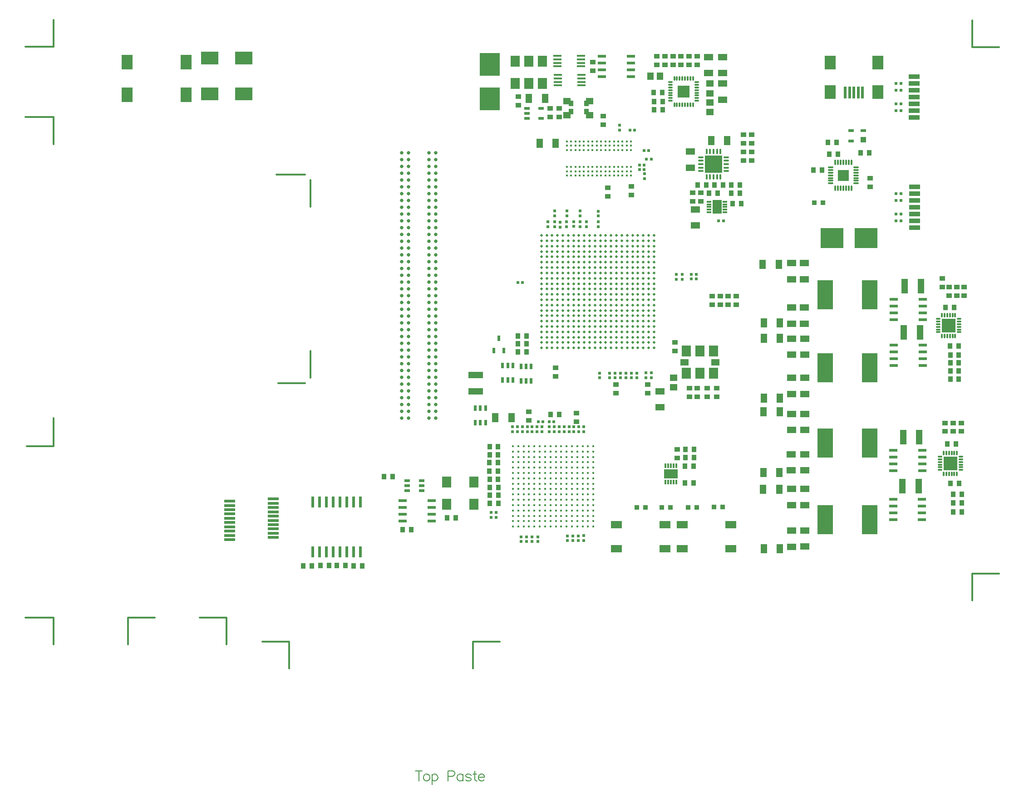
<source format=gtp>
G04*
G04 #@! TF.GenerationSoftware,Altium Limited,Altium Designer,21.6.4 (81)*
G04*
G04 Layer_Color=8421504*
%FSLAX24Y24*%
%MOIN*%
G70*
G04*
G04 #@! TF.SameCoordinates,42A8AC4E-8479-4C90-829A-3F1442475C95*
G04*
G04*
G04 #@! TF.FilePolarity,Positive*
G04*
G01*
G75*
%ADD18C,0.0070*%
%ADD53C,0.0120*%
%ADD54C,0.0197*%
%ADD55R,0.0394X0.0354*%
%ADD56R,0.0354X0.0394*%
%ADD57R,0.0394X0.0374*%
%ADD58R,0.0374X0.0394*%
%ADD59R,0.0571X0.0453*%
%ADD60R,0.0236X0.0394*%
%ADD61R,0.0236X0.0413*%
%ADD62R,0.0413X0.0236*%
%ADD63R,0.0244X0.0244*%
%ADD64R,0.0709X0.0453*%
%ADD65R,0.0453X0.0709*%
%ADD66R,0.0244X0.0244*%
%ADD67R,0.0236X0.0236*%
%ADD68R,0.0236X0.0236*%
%ADD69R,0.0591X0.0177*%
%ADD70R,0.0984X0.0689*%
%ADD71R,0.0118X0.0335*%
%ADD72R,0.0610X0.0236*%
%ADD73R,0.1004X0.1004*%
%ADD74O,0.0118X0.0354*%
%ADD75O,0.0354X0.0118*%
%ADD76R,0.1142X0.2126*%
%ADD77R,0.0453X0.0571*%
%ADD78R,0.0453X0.1063*%
%ADD79R,0.0354X0.0374*%
%ADD80R,0.0827X0.0551*%
%ADD81R,0.1063X0.0453*%
%ADD82R,0.0787X0.0354*%
%ADD83R,0.1260X0.0965*%
%ADD84R,0.1671X0.1500*%
%ADD85C,0.0177*%
%ADD86C,0.0157*%
%ADD87R,0.1500X0.1671*%
%ADD88R,0.0787X0.1063*%
%ADD89R,0.0709X0.0787*%
%ADD90R,0.0354X0.0433*%
%ADD91R,0.0608X0.0512*%
%ADD92R,0.0669X0.0846*%
%ADD93R,0.0531X0.0492*%
%ADD94O,0.0118X0.0413*%
%ADD95O,0.0413X0.0118*%
%ADD96R,0.0835X0.0835*%
%ADD97R,0.0886X0.0886*%
%ADD98R,0.1280X0.1280*%
%ADD99O,0.0138X0.0413*%
%ADD100O,0.0413X0.0138*%
%ADD101C,0.0252*%
%ADD102R,0.0236X0.0807*%
%ADD103R,0.0335X0.0118*%
%ADD104R,0.0689X0.0984*%
%ADD105R,0.0394X0.0236*%
%ADD106R,0.0394X0.0394*%
%ADD107R,0.0433X0.0236*%
%ADD108R,0.0787X0.0197*%
%ADD109R,0.0787X0.0984*%
%ADD110R,0.0197X0.0906*%
G36*
X96584Y46052D02*
X95982D01*
Y46654D01*
X96584D01*
Y46052D01*
D01*
D02*
G37*
G36*
X96453Y56184D02*
X95850D01*
Y56786D01*
X96453D01*
Y56184D01*
D01*
D02*
G37*
D18*
X57250Y23750D02*
Y23000D01*
X57000Y23750D02*
X57500D01*
X57768Y23500D02*
X57696Y23464D01*
X57625Y23393D01*
X57589Y23285D01*
Y23214D01*
X57625Y23107D01*
X57696Y23035D01*
X57768Y23000D01*
X57875D01*
X57946Y23035D01*
X58018Y23107D01*
X58053Y23214D01*
Y23285D01*
X58018Y23393D01*
X57946Y23464D01*
X57875Y23500D01*
X57768D01*
X58218D02*
Y22750D01*
Y23393D02*
X58289Y23464D01*
X58360Y23500D01*
X58467D01*
X58539Y23464D01*
X58610Y23393D01*
X58646Y23285D01*
Y23214D01*
X58610Y23107D01*
X58539Y23035D01*
X58467Y23000D01*
X58360D01*
X58289Y23035D01*
X58218Y23107D01*
X59396Y23357D02*
X59717D01*
X59824Y23393D01*
X59860Y23428D01*
X59896Y23500D01*
Y23607D01*
X59860Y23678D01*
X59824Y23714D01*
X59717Y23750D01*
X59396D01*
Y23000D01*
X60492Y23500D02*
Y23000D01*
Y23393D02*
X60421Y23464D01*
X60349Y23500D01*
X60242D01*
X60171Y23464D01*
X60099Y23393D01*
X60064Y23285D01*
Y23214D01*
X60099Y23107D01*
X60171Y23035D01*
X60242Y23000D01*
X60349D01*
X60421Y23035D01*
X60492Y23107D01*
X61085Y23393D02*
X61049Y23464D01*
X60942Y23500D01*
X60835D01*
X60728Y23464D01*
X60692Y23393D01*
X60728Y23321D01*
X60799Y23285D01*
X60978Y23250D01*
X61049Y23214D01*
X61085Y23143D01*
Y23107D01*
X61049Y23035D01*
X60942Y23000D01*
X60835D01*
X60728Y23035D01*
X60692Y23107D01*
X61349Y23750D02*
Y23143D01*
X61385Y23035D01*
X61456Y23000D01*
X61528D01*
X61242Y23500D02*
X61492D01*
X61635Y23285D02*
X62063D01*
Y23357D01*
X62027Y23428D01*
X61992Y23464D01*
X61920Y23500D01*
X61813D01*
X61742Y23464D01*
X61670Y23393D01*
X61635Y23285D01*
Y23214D01*
X61670Y23107D01*
X61742Y23035D01*
X61813Y23000D01*
X61920D01*
X61992Y23035D01*
X62063Y23107D01*
X57250Y23750D02*
Y23000D01*
X57000Y23750D02*
X57500D01*
X57768Y23500D02*
X57696Y23464D01*
X57625Y23393D01*
X57589Y23286D01*
Y23214D01*
X57625Y23107D01*
X57696Y23036D01*
X57768Y23000D01*
X57875D01*
X57946Y23036D01*
X58018Y23107D01*
X58053Y23214D01*
Y23286D01*
X58018Y23393D01*
X57946Y23464D01*
X57875Y23500D01*
X57768D01*
X58218D02*
Y22750D01*
Y23393D02*
X58289Y23464D01*
X58360Y23500D01*
X58468D01*
X58539Y23464D01*
X58610Y23393D01*
X58646Y23286D01*
Y23214D01*
X58610Y23107D01*
X58539Y23036D01*
X58468Y23000D01*
X58360D01*
X58289Y23036D01*
X58218Y23107D01*
X59396Y23357D02*
X59717D01*
X59824Y23393D01*
X59860Y23428D01*
X59896Y23500D01*
Y23607D01*
X59860Y23678D01*
X59824Y23714D01*
X59717Y23750D01*
X59396D01*
Y23000D01*
X60492Y23500D02*
Y23000D01*
Y23393D02*
X60421Y23464D01*
X60349Y23500D01*
X60242D01*
X60171Y23464D01*
X60099Y23393D01*
X60064Y23286D01*
Y23214D01*
X60099Y23107D01*
X60171Y23036D01*
X60242Y23000D01*
X60349D01*
X60421Y23036D01*
X60492Y23107D01*
X61085Y23393D02*
X61049Y23464D01*
X60942Y23500D01*
X60835D01*
X60728Y23464D01*
X60692Y23393D01*
X60728Y23321D01*
X60799Y23286D01*
X60978Y23250D01*
X61049Y23214D01*
X61085Y23143D01*
Y23107D01*
X61049Y23036D01*
X60942Y23000D01*
X60835D01*
X60728Y23036D01*
X60692Y23107D01*
X61349Y23750D02*
Y23143D01*
X61385Y23036D01*
X61456Y23000D01*
X61528D01*
X61242Y23500D02*
X61492D01*
X61635Y23286D02*
X62063D01*
Y23357D01*
X62027Y23428D01*
X61992Y23464D01*
X61920Y23500D01*
X61813D01*
X61742Y23464D01*
X61670Y23393D01*
X61635Y23286D01*
Y23214D01*
X61670Y23107D01*
X61742Y23036D01*
X61813Y23000D01*
X61920D01*
X61992Y23036D01*
X62063Y23107D01*
D53*
X46929Y52244D02*
X48898D01*
X49291Y52638D02*
Y54606D01*
Y65197D02*
Y67165D01*
X46811Y67559D02*
X48898D01*
X30433Y69823D02*
Y71791D01*
X28346D02*
X30433D01*
X28465Y47598D02*
X30433D01*
Y49685D01*
X35905Y35000D02*
X37874D01*
X35905Y33031D02*
Y35000D01*
X97884Y36284D02*
Y38253D01*
X61220Y33229D02*
X63189D01*
X61220Y31260D02*
Y33229D01*
X47716Y31260D02*
Y33228D01*
X28346Y76988D02*
X30433D01*
Y78956D01*
X97898Y76954D02*
Y78923D01*
Y76954D02*
X99866D01*
X43130Y33031D02*
Y35000D01*
X41161D02*
X43130D01*
X45748Y33228D02*
X47716D01*
X97884Y38253D02*
X99852D01*
X28346Y35000D02*
X30433D01*
Y33031D02*
Y35000D01*
D54*
X66252Y54831D02*
D03*
Y55224D02*
D03*
Y55618D02*
D03*
Y56012D02*
D03*
Y56406D02*
D03*
Y56799D02*
D03*
Y57193D02*
D03*
Y57587D02*
D03*
Y57980D02*
D03*
Y58374D02*
D03*
Y58768D02*
D03*
Y59162D02*
D03*
Y59555D02*
D03*
Y59949D02*
D03*
Y60343D02*
D03*
Y60736D02*
D03*
Y61130D02*
D03*
Y61524D02*
D03*
Y61917D02*
D03*
Y62311D02*
D03*
Y62705D02*
D03*
Y63099D02*
D03*
X66646Y54831D02*
D03*
Y55224D02*
D03*
Y55618D02*
D03*
Y56012D02*
D03*
Y56406D02*
D03*
Y56799D02*
D03*
Y57193D02*
D03*
Y57587D02*
D03*
Y57980D02*
D03*
Y58374D02*
D03*
Y58768D02*
D03*
Y59162D02*
D03*
Y59555D02*
D03*
Y59949D02*
D03*
Y60343D02*
D03*
Y60736D02*
D03*
Y61130D02*
D03*
Y61524D02*
D03*
Y61917D02*
D03*
Y62311D02*
D03*
Y62705D02*
D03*
Y63099D02*
D03*
X67039Y54831D02*
D03*
Y55224D02*
D03*
Y55618D02*
D03*
Y56012D02*
D03*
Y56406D02*
D03*
Y56799D02*
D03*
Y57193D02*
D03*
Y57587D02*
D03*
Y57980D02*
D03*
Y58374D02*
D03*
Y58768D02*
D03*
Y59162D02*
D03*
Y59555D02*
D03*
Y59949D02*
D03*
Y60343D02*
D03*
Y60736D02*
D03*
Y61130D02*
D03*
Y61524D02*
D03*
Y61917D02*
D03*
Y62311D02*
D03*
Y62705D02*
D03*
Y63099D02*
D03*
X67433Y54831D02*
D03*
Y55224D02*
D03*
Y55618D02*
D03*
Y56012D02*
D03*
Y56406D02*
D03*
Y56799D02*
D03*
Y57193D02*
D03*
Y57587D02*
D03*
Y57980D02*
D03*
Y58374D02*
D03*
Y58768D02*
D03*
Y59162D02*
D03*
Y59555D02*
D03*
Y59949D02*
D03*
Y60343D02*
D03*
Y60736D02*
D03*
Y61130D02*
D03*
Y61524D02*
D03*
Y61917D02*
D03*
Y62311D02*
D03*
Y62705D02*
D03*
Y63099D02*
D03*
X67827Y54831D02*
D03*
Y55224D02*
D03*
Y55618D02*
D03*
Y56012D02*
D03*
Y56406D02*
D03*
Y56799D02*
D03*
Y57193D02*
D03*
Y57587D02*
D03*
Y57980D02*
D03*
Y58374D02*
D03*
Y58768D02*
D03*
Y59162D02*
D03*
Y59555D02*
D03*
Y59949D02*
D03*
Y60343D02*
D03*
Y60736D02*
D03*
Y61130D02*
D03*
Y61524D02*
D03*
Y61917D02*
D03*
Y62311D02*
D03*
Y62705D02*
D03*
Y63099D02*
D03*
X68220Y54831D02*
D03*
Y55224D02*
D03*
Y55618D02*
D03*
Y56012D02*
D03*
Y56406D02*
D03*
Y56799D02*
D03*
Y57193D02*
D03*
Y57587D02*
D03*
Y57980D02*
D03*
Y58374D02*
D03*
Y58768D02*
D03*
Y59162D02*
D03*
Y59555D02*
D03*
Y59949D02*
D03*
Y60343D02*
D03*
Y60736D02*
D03*
Y61130D02*
D03*
Y61524D02*
D03*
Y61917D02*
D03*
Y62311D02*
D03*
Y62705D02*
D03*
Y63099D02*
D03*
X68614Y54831D02*
D03*
Y55224D02*
D03*
Y55618D02*
D03*
Y56012D02*
D03*
Y56406D02*
D03*
Y56799D02*
D03*
Y57193D02*
D03*
Y57587D02*
D03*
Y57980D02*
D03*
Y58374D02*
D03*
Y58768D02*
D03*
Y59162D02*
D03*
Y59555D02*
D03*
Y59949D02*
D03*
Y60343D02*
D03*
Y60736D02*
D03*
Y61130D02*
D03*
Y61524D02*
D03*
Y61917D02*
D03*
Y62311D02*
D03*
Y62705D02*
D03*
Y63099D02*
D03*
X69008Y54831D02*
D03*
Y55224D02*
D03*
Y55618D02*
D03*
Y56012D02*
D03*
Y56406D02*
D03*
Y56799D02*
D03*
Y57193D02*
D03*
Y57587D02*
D03*
Y57980D02*
D03*
Y58374D02*
D03*
Y58768D02*
D03*
Y59162D02*
D03*
Y59555D02*
D03*
Y59949D02*
D03*
Y60343D02*
D03*
Y60736D02*
D03*
Y61130D02*
D03*
Y61524D02*
D03*
Y61917D02*
D03*
Y62311D02*
D03*
Y62705D02*
D03*
Y63099D02*
D03*
X69401Y54831D02*
D03*
Y55224D02*
D03*
Y55618D02*
D03*
Y56012D02*
D03*
Y56406D02*
D03*
Y56799D02*
D03*
Y57193D02*
D03*
Y57587D02*
D03*
Y57980D02*
D03*
Y58374D02*
D03*
Y58768D02*
D03*
Y59162D02*
D03*
Y59555D02*
D03*
Y59949D02*
D03*
Y60343D02*
D03*
Y60736D02*
D03*
Y61130D02*
D03*
Y61524D02*
D03*
Y61917D02*
D03*
Y62311D02*
D03*
Y62705D02*
D03*
Y63099D02*
D03*
X69795Y54831D02*
D03*
Y55224D02*
D03*
Y55618D02*
D03*
Y56012D02*
D03*
Y56406D02*
D03*
Y56799D02*
D03*
Y57193D02*
D03*
Y57587D02*
D03*
Y57980D02*
D03*
Y58374D02*
D03*
Y58768D02*
D03*
Y59162D02*
D03*
Y59555D02*
D03*
Y59949D02*
D03*
Y60343D02*
D03*
Y60736D02*
D03*
Y61130D02*
D03*
Y61524D02*
D03*
Y61917D02*
D03*
Y62311D02*
D03*
Y62705D02*
D03*
Y63099D02*
D03*
X70189Y54831D02*
D03*
Y55224D02*
D03*
Y55618D02*
D03*
Y56012D02*
D03*
Y56406D02*
D03*
Y56799D02*
D03*
Y57193D02*
D03*
Y57587D02*
D03*
Y57980D02*
D03*
Y58374D02*
D03*
Y58768D02*
D03*
Y59162D02*
D03*
Y59555D02*
D03*
Y59949D02*
D03*
Y60343D02*
D03*
Y60736D02*
D03*
Y61130D02*
D03*
Y61524D02*
D03*
Y61917D02*
D03*
Y62311D02*
D03*
Y62705D02*
D03*
Y63099D02*
D03*
X70583Y54831D02*
D03*
Y55224D02*
D03*
Y55618D02*
D03*
Y56012D02*
D03*
Y56406D02*
D03*
Y56799D02*
D03*
Y57193D02*
D03*
Y57587D02*
D03*
Y57980D02*
D03*
Y58374D02*
D03*
Y58768D02*
D03*
Y59162D02*
D03*
Y59555D02*
D03*
Y59949D02*
D03*
Y60343D02*
D03*
Y60736D02*
D03*
Y61130D02*
D03*
Y61524D02*
D03*
Y61917D02*
D03*
Y62311D02*
D03*
Y62705D02*
D03*
Y63099D02*
D03*
X70976Y54831D02*
D03*
Y55224D02*
D03*
Y55618D02*
D03*
Y56012D02*
D03*
Y56406D02*
D03*
Y56799D02*
D03*
Y57193D02*
D03*
Y57587D02*
D03*
Y57980D02*
D03*
Y58374D02*
D03*
Y58768D02*
D03*
Y59162D02*
D03*
Y59555D02*
D03*
Y59949D02*
D03*
Y60343D02*
D03*
Y60736D02*
D03*
Y61130D02*
D03*
Y61524D02*
D03*
Y61917D02*
D03*
Y62311D02*
D03*
Y62705D02*
D03*
Y63099D02*
D03*
X71370Y54831D02*
D03*
Y55224D02*
D03*
Y55618D02*
D03*
Y56012D02*
D03*
Y56406D02*
D03*
Y56799D02*
D03*
Y57193D02*
D03*
Y57587D02*
D03*
Y57980D02*
D03*
Y58374D02*
D03*
Y58768D02*
D03*
Y59162D02*
D03*
Y59555D02*
D03*
Y59949D02*
D03*
Y60343D02*
D03*
Y60736D02*
D03*
Y61130D02*
D03*
Y61524D02*
D03*
Y61917D02*
D03*
Y62311D02*
D03*
Y62705D02*
D03*
Y63099D02*
D03*
X71764Y54831D02*
D03*
Y55224D02*
D03*
Y55618D02*
D03*
Y56012D02*
D03*
Y56406D02*
D03*
Y56799D02*
D03*
Y57193D02*
D03*
Y57587D02*
D03*
Y57980D02*
D03*
Y58374D02*
D03*
Y58768D02*
D03*
Y59162D02*
D03*
Y59555D02*
D03*
Y59949D02*
D03*
Y60343D02*
D03*
Y60736D02*
D03*
Y61130D02*
D03*
Y61524D02*
D03*
Y61917D02*
D03*
Y62311D02*
D03*
Y62705D02*
D03*
Y63099D02*
D03*
X72157Y54831D02*
D03*
Y55224D02*
D03*
Y55618D02*
D03*
Y56012D02*
D03*
Y56406D02*
D03*
Y56799D02*
D03*
Y57193D02*
D03*
Y57587D02*
D03*
Y57980D02*
D03*
Y58374D02*
D03*
Y58768D02*
D03*
Y59162D02*
D03*
Y59555D02*
D03*
Y59949D02*
D03*
Y60343D02*
D03*
Y60736D02*
D03*
Y61130D02*
D03*
Y61524D02*
D03*
Y61917D02*
D03*
Y62311D02*
D03*
Y62705D02*
D03*
Y63099D02*
D03*
X72551Y54831D02*
D03*
Y55224D02*
D03*
Y55618D02*
D03*
Y56012D02*
D03*
Y56406D02*
D03*
Y56799D02*
D03*
Y57193D02*
D03*
Y57587D02*
D03*
Y57980D02*
D03*
Y58374D02*
D03*
Y58768D02*
D03*
Y59162D02*
D03*
Y59555D02*
D03*
Y59949D02*
D03*
Y60343D02*
D03*
Y60736D02*
D03*
Y61130D02*
D03*
Y61524D02*
D03*
Y61917D02*
D03*
Y62311D02*
D03*
Y62705D02*
D03*
Y63099D02*
D03*
X72945Y54831D02*
D03*
Y55224D02*
D03*
Y55618D02*
D03*
Y56012D02*
D03*
Y56406D02*
D03*
Y56799D02*
D03*
Y57193D02*
D03*
Y57587D02*
D03*
Y57980D02*
D03*
Y58374D02*
D03*
Y58768D02*
D03*
Y59162D02*
D03*
Y59555D02*
D03*
Y59949D02*
D03*
Y60343D02*
D03*
Y60736D02*
D03*
Y61130D02*
D03*
Y61524D02*
D03*
Y61917D02*
D03*
Y62311D02*
D03*
Y62705D02*
D03*
Y63099D02*
D03*
X73338Y54831D02*
D03*
Y55224D02*
D03*
Y55618D02*
D03*
Y56012D02*
D03*
Y56406D02*
D03*
Y56799D02*
D03*
Y57193D02*
D03*
Y57587D02*
D03*
Y57980D02*
D03*
Y58374D02*
D03*
Y58768D02*
D03*
Y59162D02*
D03*
Y59555D02*
D03*
Y59949D02*
D03*
Y60343D02*
D03*
Y60736D02*
D03*
Y61130D02*
D03*
Y61524D02*
D03*
Y61917D02*
D03*
Y62311D02*
D03*
Y62705D02*
D03*
Y63099D02*
D03*
X73732Y54831D02*
D03*
Y55224D02*
D03*
Y55618D02*
D03*
Y56012D02*
D03*
Y56406D02*
D03*
Y56799D02*
D03*
Y57193D02*
D03*
Y57587D02*
D03*
Y57980D02*
D03*
Y58374D02*
D03*
Y58768D02*
D03*
Y59162D02*
D03*
Y59555D02*
D03*
Y59949D02*
D03*
Y60343D02*
D03*
Y60736D02*
D03*
Y61130D02*
D03*
Y61524D02*
D03*
Y61917D02*
D03*
Y62311D02*
D03*
Y62705D02*
D03*
Y63099D02*
D03*
X74126Y54831D02*
D03*
Y55224D02*
D03*
Y55618D02*
D03*
Y56012D02*
D03*
Y56406D02*
D03*
Y56799D02*
D03*
Y57193D02*
D03*
Y57587D02*
D03*
Y57980D02*
D03*
Y58374D02*
D03*
Y58768D02*
D03*
Y59162D02*
D03*
Y59555D02*
D03*
Y59949D02*
D03*
Y60343D02*
D03*
Y60736D02*
D03*
Y61130D02*
D03*
Y61524D02*
D03*
Y61917D02*
D03*
Y62311D02*
D03*
Y62705D02*
D03*
Y63099D02*
D03*
X74520Y54831D02*
D03*
Y55224D02*
D03*
Y55618D02*
D03*
Y56012D02*
D03*
Y56406D02*
D03*
Y56799D02*
D03*
Y57193D02*
D03*
Y57587D02*
D03*
Y57980D02*
D03*
Y58374D02*
D03*
Y58768D02*
D03*
Y59162D02*
D03*
Y59555D02*
D03*
Y59949D02*
D03*
Y60343D02*
D03*
Y60736D02*
D03*
Y61130D02*
D03*
Y61524D02*
D03*
Y61917D02*
D03*
Y62311D02*
D03*
Y62705D02*
D03*
Y63099D02*
D03*
D55*
X97303Y58671D02*
D03*
Y59301D02*
D03*
X96496Y49321D02*
D03*
Y48691D02*
D03*
X96211Y59301D02*
D03*
Y58671D02*
D03*
X81683Y68622D02*
D03*
Y69252D02*
D03*
X90403Y67300D02*
D03*
Y66670D02*
D03*
X67293Y53373D02*
D03*
Y52743D02*
D03*
X81683Y70513D02*
D03*
Y69883D02*
D03*
X71113Y66593D02*
D03*
Y65963D02*
D03*
X80563Y58013D02*
D03*
Y58643D02*
D03*
X97110Y49321D02*
D03*
Y48691D02*
D03*
X74732Y75641D02*
D03*
Y76271D02*
D03*
X78793Y58013D02*
D03*
Y58643D02*
D03*
X79383Y58013D02*
D03*
Y58643D02*
D03*
X79973Y58013D02*
D03*
Y58643D02*
D03*
X77963Y66233D02*
D03*
Y65603D02*
D03*
X77363Y66233D02*
D03*
Y65603D02*
D03*
X70803Y71873D02*
D03*
Y71243D02*
D03*
X72849Y66070D02*
D03*
Y66700D02*
D03*
X95896Y48691D02*
D03*
Y49321D02*
D03*
X76223Y46733D02*
D03*
Y47363D02*
D03*
X81083Y70513D02*
D03*
Y69883D02*
D03*
X81083Y69253D02*
D03*
Y68623D02*
D03*
X96762Y59301D02*
D03*
Y58671D02*
D03*
X95699Y59301D02*
D03*
Y59931D02*
D03*
X76504Y75641D02*
D03*
Y76271D02*
D03*
X75913Y75641D02*
D03*
Y76271D02*
D03*
X75323Y75641D02*
D03*
Y76271D02*
D03*
X77685Y75641D02*
D03*
Y76271D02*
D03*
X77094Y75641D02*
D03*
Y76271D02*
D03*
X78413Y51873D02*
D03*
Y51243D02*
D03*
X77143D02*
D03*
Y51873D02*
D03*
X79134Y51243D02*
D03*
Y51873D02*
D03*
D56*
X96486Y43435D02*
D03*
X97116D02*
D03*
X96280Y52549D02*
D03*
X96909D02*
D03*
Y53130D02*
D03*
X96280D02*
D03*
X64538Y55138D02*
D03*
X65168D02*
D03*
X90338Y69158D02*
D03*
X89708D02*
D03*
X86868Y67918D02*
D03*
X86238D02*
D03*
X65168Y54548D02*
D03*
X64538D02*
D03*
X63088Y43418D02*
D03*
X62458D02*
D03*
X51242Y38832D02*
D03*
X51872D02*
D03*
X63098Y43998D02*
D03*
X62468D02*
D03*
X67545Y49940D02*
D03*
X66915D02*
D03*
X53092Y38822D02*
D03*
X52462D02*
D03*
X97116Y44075D02*
D03*
X96486D02*
D03*
X64538Y55718D02*
D03*
X65168D02*
D03*
X62448Y45178D02*
D03*
X63078D02*
D03*
X97126Y42785D02*
D03*
X96496D02*
D03*
X79608Y66798D02*
D03*
X78978D02*
D03*
X80938Y65448D02*
D03*
X80308D02*
D03*
X62438Y46408D02*
D03*
X63068D02*
D03*
X62448Y46988D02*
D03*
X63078D02*
D03*
X62448Y47578D02*
D03*
X63078D02*
D03*
X76798Y46138D02*
D03*
X77428D02*
D03*
X96909Y53730D02*
D03*
X96280D02*
D03*
X62458Y44578D02*
D03*
X63088D02*
D03*
X62438Y45778D02*
D03*
X63068D02*
D03*
X96280Y54321D02*
D03*
X96909D02*
D03*
X75155Y72934D02*
D03*
X74525D02*
D03*
X75158Y72338D02*
D03*
X74528D02*
D03*
X55318Y45378D02*
D03*
X54688D02*
D03*
D57*
X67550Y72450D02*
D03*
Y71820D02*
D03*
X66903Y71813D02*
D03*
Y72443D02*
D03*
X76053Y54623D02*
D03*
Y55253D02*
D03*
X64563Y73303D02*
D03*
Y72673D02*
D03*
X71717Y51513D02*
D03*
Y52143D02*
D03*
X74068Y52126D02*
D03*
Y51497D02*
D03*
X68814Y50037D02*
D03*
Y49407D02*
D03*
X65330Y49515D02*
D03*
Y50145D02*
D03*
X70013Y75833D02*
D03*
Y75203D02*
D03*
X77703Y51233D02*
D03*
Y51863D02*
D03*
D58*
X76808Y44908D02*
D03*
X77438D02*
D03*
X77458Y47368D02*
D03*
X76828D02*
D03*
X87283Y69928D02*
D03*
X87913D02*
D03*
X50662Y38832D02*
D03*
X50032D02*
D03*
X48772Y38822D02*
D03*
X49402D02*
D03*
X59318Y42338D02*
D03*
X59948D02*
D03*
X96295Y44885D02*
D03*
X96925D02*
D03*
X74505Y73604D02*
D03*
X75135D02*
D03*
X77448Y46758D02*
D03*
X76818D02*
D03*
X79208Y66218D02*
D03*
X78578D02*
D03*
X56708Y41458D02*
D03*
X56078D02*
D03*
X78368Y66798D02*
D03*
X77738D02*
D03*
X80198D02*
D03*
X80828D02*
D03*
X87408Y69068D02*
D03*
X88038D02*
D03*
X80188Y66208D02*
D03*
X80818D02*
D03*
X96695Y47765D02*
D03*
X96065D02*
D03*
X96550Y57822D02*
D03*
X95920D02*
D03*
X96905Y54960D02*
D03*
X96275D02*
D03*
D59*
X75963Y51924D02*
D03*
Y52632D02*
D03*
X78633Y72872D02*
D03*
Y72164D02*
D03*
Y73554D02*
D03*
Y74262D02*
D03*
D60*
X62759Y54625D02*
D03*
X63507D02*
D03*
X63133Y55531D02*
D03*
D61*
X64749Y53479D02*
D03*
X65123D02*
D03*
X65497D02*
D03*
Y52417D02*
D03*
X65123D02*
D03*
X64749D02*
D03*
X64157Y52467D02*
D03*
X63783D02*
D03*
X63409D02*
D03*
Y53530D02*
D03*
X63783D02*
D03*
X64157D02*
D03*
X62147Y49346D02*
D03*
X61773D02*
D03*
X61399D02*
D03*
Y50409D02*
D03*
X61773D02*
D03*
X62147D02*
D03*
D62*
X56411Y44334D02*
D03*
Y44708D02*
D03*
Y45082D02*
D03*
X57474D02*
D03*
Y44708D02*
D03*
Y44334D02*
D03*
D63*
X64870Y59638D02*
D03*
X64516D02*
D03*
X92660Y72278D02*
D03*
X92306D02*
D03*
X92660Y72778D02*
D03*
X92306D02*
D03*
X92660Y73768D02*
D03*
X92306D02*
D03*
X92660Y74278D02*
D03*
X92306D02*
D03*
X79620Y64158D02*
D03*
X79266D02*
D03*
X74136Y69339D02*
D03*
X73781D02*
D03*
X73102Y70835D02*
D03*
X72748D02*
D03*
X62918Y42370D02*
D03*
X62564D02*
D03*
X62918Y42744D02*
D03*
X62564D02*
D03*
X92306Y64178D02*
D03*
X92660D02*
D03*
X92306Y66178D02*
D03*
X92660D02*
D03*
X92306Y64678D02*
D03*
X92660D02*
D03*
X92306Y65668D02*
D03*
X92660D02*
D03*
D64*
X84643Y51457D02*
D03*
Y52639D02*
D03*
X85583Y45827D02*
D03*
Y47009D02*
D03*
X84623Y44469D02*
D03*
Y43287D02*
D03*
X85593Y44469D02*
D03*
Y43287D02*
D03*
X84633Y40217D02*
D03*
Y41399D02*
D03*
X84603Y45827D02*
D03*
Y47009D02*
D03*
X74970Y51651D02*
D03*
Y50469D02*
D03*
X77553Y63837D02*
D03*
Y65019D02*
D03*
X84643Y55509D02*
D03*
Y54327D02*
D03*
X85593Y40227D02*
D03*
Y41409D02*
D03*
X78513Y76209D02*
D03*
Y75027D02*
D03*
X79553Y73087D02*
D03*
Y74269D02*
D03*
X85583Y48807D02*
D03*
Y49989D02*
D03*
Y51457D02*
D03*
Y52639D02*
D03*
X84643Y49989D02*
D03*
Y48807D02*
D03*
X85583Y54327D02*
D03*
Y55509D02*
D03*
X79553Y76209D02*
D03*
Y75027D02*
D03*
X85563Y61069D02*
D03*
Y59887D02*
D03*
X84633Y56617D02*
D03*
Y57799D02*
D03*
Y61069D02*
D03*
Y59887D02*
D03*
X85573Y56617D02*
D03*
Y57799D02*
D03*
X77183Y69259D02*
D03*
Y68077D02*
D03*
D65*
X82592Y51148D02*
D03*
X83774D02*
D03*
X82582Y55528D02*
D03*
X83764D02*
D03*
X66514Y73188D02*
D03*
X65332D02*
D03*
X82572Y50128D02*
D03*
X83754D02*
D03*
X62869Y49722D02*
D03*
X64050D02*
D03*
X66114Y69870D02*
D03*
X67295D02*
D03*
X82542Y44438D02*
D03*
X83724D02*
D03*
X83764Y56668D02*
D03*
X82582D02*
D03*
X82592Y40058D02*
D03*
X83774D02*
D03*
X82552Y45658D02*
D03*
X83734D02*
D03*
X82502Y60958D02*
D03*
X83684D02*
D03*
X79894Y70068D02*
D03*
X78712D02*
D03*
D66*
X76163Y60235D02*
D03*
Y59881D02*
D03*
X77253Y59901D02*
D03*
Y60255D02*
D03*
X77643Y59901D02*
D03*
Y60255D02*
D03*
X68142Y64910D02*
D03*
Y64555D02*
D03*
X70425Y64890D02*
D03*
Y64536D02*
D03*
X73831Y67282D02*
D03*
Y67636D02*
D03*
X69086Y64910D02*
D03*
Y64555D02*
D03*
X68960Y41014D02*
D03*
Y40660D02*
D03*
X69353Y41025D02*
D03*
Y40671D02*
D03*
X68563Y41015D02*
D03*
Y40661D02*
D03*
X68160Y41017D02*
D03*
Y40663D02*
D03*
X65570Y40947D02*
D03*
Y40593D02*
D03*
X65980Y40947D02*
D03*
Y40593D02*
D03*
X65160Y40957D02*
D03*
Y40603D02*
D03*
X64760Y40947D02*
D03*
Y40593D02*
D03*
X67236Y64910D02*
D03*
Y64555D02*
D03*
X71990Y71199D02*
D03*
Y70845D02*
D03*
X76593Y60225D02*
D03*
Y59871D02*
D03*
D67*
X64140Y49029D02*
D03*
Y48675D02*
D03*
X64857D02*
D03*
Y49029D02*
D03*
X65932Y48675D02*
D03*
Y49029D02*
D03*
X66290Y48675D02*
D03*
Y49029D02*
D03*
X67201Y48683D02*
D03*
Y49037D02*
D03*
X67561Y48683D02*
D03*
Y49037D02*
D03*
X68283Y48683D02*
D03*
Y49037D02*
D03*
X69004Y48683D02*
D03*
Y49037D02*
D03*
X64498Y48675D02*
D03*
Y49029D02*
D03*
X65215Y48675D02*
D03*
Y49029D02*
D03*
X65573Y48675D02*
D03*
Y49029D02*
D03*
X73922Y53005D02*
D03*
Y52651D02*
D03*
X67922Y48683D02*
D03*
Y49037D02*
D03*
X68643Y48683D02*
D03*
Y49037D02*
D03*
X69365Y48683D02*
D03*
Y49037D02*
D03*
X66840Y48683D02*
D03*
Y49037D02*
D03*
X72865Y52988D02*
D03*
Y52633D02*
D03*
X72465Y52988D02*
D03*
Y52633D02*
D03*
X73264Y52988D02*
D03*
Y52633D02*
D03*
X72065Y52988D02*
D03*
Y52633D02*
D03*
X70543Y52985D02*
D03*
Y52631D02*
D03*
X71666Y52988D02*
D03*
Y52633D02*
D03*
X71266Y52985D02*
D03*
Y52631D02*
D03*
X74322Y53005D02*
D03*
Y52651D02*
D03*
X67630Y63709D02*
D03*
Y64063D02*
D03*
X68614Y63768D02*
D03*
Y64122D02*
D03*
X67236Y63748D02*
D03*
Y64102D02*
D03*
X70425Y63748D02*
D03*
Y64102D02*
D03*
X69086Y63748D02*
D03*
Y64102D02*
D03*
X68102Y63748D02*
D03*
Y64102D02*
D03*
X66724Y63748D02*
D03*
Y64102D02*
D03*
X69559Y63748D02*
D03*
Y64102D02*
D03*
D68*
X66813Y49420D02*
D03*
X67167D02*
D03*
X66377D02*
D03*
X66023D02*
D03*
X73457Y67951D02*
D03*
X73811D02*
D03*
X73966Y68708D02*
D03*
X74320D02*
D03*
X73447Y68276D02*
D03*
X73801D02*
D03*
D69*
X67427Y76296D02*
D03*
Y76040D02*
D03*
Y75784D02*
D03*
Y75528D02*
D03*
X69159D02*
D03*
Y75784D02*
D03*
Y76040D02*
D03*
Y76296D02*
D03*
X67457Y74896D02*
D03*
Y74640D02*
D03*
Y74384D02*
D03*
Y74128D02*
D03*
X69189D02*
D03*
Y74384D02*
D03*
Y74640D02*
D03*
Y74896D02*
D03*
D70*
X75767Y45570D02*
D03*
D71*
X76161Y44979D02*
D03*
X75964D02*
D03*
X75767D02*
D03*
X75570D02*
D03*
X75373D02*
D03*
Y46160D02*
D03*
X75570D02*
D03*
X75767D02*
D03*
X75964D02*
D03*
X76161D02*
D03*
D72*
X72836Y74778D02*
D03*
Y75278D02*
D03*
Y75778D02*
D03*
Y76278D02*
D03*
X70710Y74778D02*
D03*
Y75278D02*
D03*
Y75778D02*
D03*
Y76278D02*
D03*
X94206Y42208D02*
D03*
Y42708D02*
D03*
Y43208D02*
D03*
Y43708D02*
D03*
X92080Y42208D02*
D03*
Y42708D02*
D03*
Y43208D02*
D03*
Y43708D02*
D03*
X94216Y45818D02*
D03*
Y46318D02*
D03*
Y46818D02*
D03*
Y47318D02*
D03*
X92090Y45818D02*
D03*
Y46318D02*
D03*
Y46818D02*
D03*
Y47318D02*
D03*
X94262Y53528D02*
D03*
Y54028D02*
D03*
Y54528D02*
D03*
Y55028D02*
D03*
X92136Y53528D02*
D03*
Y54028D02*
D03*
Y54528D02*
D03*
Y55028D02*
D03*
X94262Y56916D02*
D03*
Y57416D02*
D03*
Y57916D02*
D03*
Y58416D02*
D03*
X92136Y56916D02*
D03*
Y57416D02*
D03*
Y57916D02*
D03*
Y58416D02*
D03*
X58196Y42118D02*
D03*
Y42618D02*
D03*
Y43118D02*
D03*
Y43618D02*
D03*
X56070Y42118D02*
D03*
Y42618D02*
D03*
Y43118D02*
D03*
Y43618D02*
D03*
D73*
X96152Y56485D02*
D03*
X96283Y46353D02*
D03*
D74*
X96644Y55717D02*
D03*
X96447D02*
D03*
X96250D02*
D03*
X96053D02*
D03*
X95856D02*
D03*
X95660D02*
D03*
Y57253D02*
D03*
X95856D02*
D03*
X96053D02*
D03*
X96250D02*
D03*
X96447D02*
D03*
X96644D02*
D03*
X96775Y47121D02*
D03*
X96578D02*
D03*
X96381D02*
D03*
X96185D02*
D03*
X95988D02*
D03*
X95791D02*
D03*
Y45586D02*
D03*
X95988D02*
D03*
X96185D02*
D03*
X96381D02*
D03*
X96578D02*
D03*
X96775D02*
D03*
X77392Y74653D02*
D03*
X77195D02*
D03*
X76998D02*
D03*
X76801D02*
D03*
X76605D02*
D03*
X76408D02*
D03*
X76211D02*
D03*
X76014D02*
D03*
Y72723D02*
D03*
X76211D02*
D03*
X76408D02*
D03*
X76605D02*
D03*
X76801D02*
D03*
X76998D02*
D03*
X77195D02*
D03*
X77392D02*
D03*
D75*
X95384Y55993D02*
D03*
Y56190D02*
D03*
Y56387D02*
D03*
Y56584D02*
D03*
Y56780D02*
D03*
Y56977D02*
D03*
X96919D02*
D03*
Y56780D02*
D03*
Y56584D02*
D03*
Y56387D02*
D03*
Y56190D02*
D03*
Y55993D02*
D03*
X97051Y45861D02*
D03*
Y46058D02*
D03*
Y46255D02*
D03*
Y46452D02*
D03*
Y46649D02*
D03*
Y46845D02*
D03*
X95515D02*
D03*
Y46649D02*
D03*
Y46452D02*
D03*
Y46255D02*
D03*
Y46058D02*
D03*
Y45861D02*
D03*
X77668Y72999D02*
D03*
Y73196D02*
D03*
Y73393D02*
D03*
Y73590D02*
D03*
Y73786D02*
D03*
Y73983D02*
D03*
Y74180D02*
D03*
Y74377D02*
D03*
X75738D02*
D03*
Y74180D02*
D03*
Y73983D02*
D03*
Y73786D02*
D03*
Y73590D02*
D03*
Y73393D02*
D03*
Y73196D02*
D03*
Y72999D02*
D03*
D76*
X90364Y42214D02*
D03*
X87097D02*
D03*
Y47824D02*
D03*
X90364D02*
D03*
X87097Y58749D02*
D03*
X90364D02*
D03*
X90357Y53368D02*
D03*
X87089D02*
D03*
D77*
X74957Y74808D02*
D03*
X74249D02*
D03*
D78*
X92772Y44688D02*
D03*
X93954D02*
D03*
X92812Y48288D02*
D03*
X93994D02*
D03*
X92872Y55958D02*
D03*
X94054D02*
D03*
X94114Y59378D02*
D03*
X92932D02*
D03*
D79*
X77658Y43118D02*
D03*
X77028D02*
D03*
X75728D02*
D03*
X75098D02*
D03*
X73908D02*
D03*
X73278D02*
D03*
X86285Y65500D02*
D03*
X86915D02*
D03*
X79558Y43128D02*
D03*
X78928D02*
D03*
D80*
X76592Y40082D02*
D03*
X80174D02*
D03*
X76592Y41854D02*
D03*
X80174D02*
D03*
X71752Y40082D02*
D03*
X75334D02*
D03*
X71752Y41854D02*
D03*
X75334D02*
D03*
D81*
X61443Y51647D02*
D03*
Y52829D02*
D03*
D82*
X93634Y74780D02*
D03*
Y71780D02*
D03*
Y72780D02*
D03*
Y73780D02*
D03*
Y72280D02*
D03*
Y73280D02*
D03*
Y74280D02*
D03*
X93654Y66670D02*
D03*
Y63670D02*
D03*
Y64670D02*
D03*
Y65670D02*
D03*
Y64170D02*
D03*
Y65170D02*
D03*
Y66170D02*
D03*
D83*
X41900Y73502D02*
D03*
Y76139D02*
D03*
X44400Y76150D02*
D03*
Y73512D02*
D03*
D84*
X90105Y62900D02*
D03*
X87595D02*
D03*
D85*
X70068Y47608D02*
D03*
Y47214D02*
D03*
Y46821D02*
D03*
Y46427D02*
D03*
Y46033D02*
D03*
Y45639D02*
D03*
Y45246D02*
D03*
Y44852D02*
D03*
Y44458D02*
D03*
Y44065D02*
D03*
Y43671D02*
D03*
Y43277D02*
D03*
Y42884D02*
D03*
Y42490D02*
D03*
Y42096D02*
D03*
Y41702D02*
D03*
X69674Y47608D02*
D03*
Y47214D02*
D03*
Y46821D02*
D03*
Y46427D02*
D03*
Y46033D02*
D03*
Y45639D02*
D03*
Y45246D02*
D03*
Y44852D02*
D03*
Y44458D02*
D03*
Y44065D02*
D03*
Y43671D02*
D03*
Y43277D02*
D03*
Y42884D02*
D03*
Y42490D02*
D03*
Y42096D02*
D03*
Y41702D02*
D03*
X69280Y47608D02*
D03*
Y47214D02*
D03*
Y46821D02*
D03*
Y46427D02*
D03*
Y46033D02*
D03*
Y45639D02*
D03*
Y45246D02*
D03*
Y44852D02*
D03*
Y44458D02*
D03*
Y44065D02*
D03*
Y43671D02*
D03*
Y43277D02*
D03*
Y42884D02*
D03*
Y42490D02*
D03*
Y42096D02*
D03*
Y41702D02*
D03*
X68887Y47608D02*
D03*
Y47214D02*
D03*
Y46821D02*
D03*
Y46427D02*
D03*
Y46033D02*
D03*
Y45639D02*
D03*
Y45246D02*
D03*
Y44852D02*
D03*
Y44458D02*
D03*
Y44065D02*
D03*
Y43671D02*
D03*
Y43277D02*
D03*
Y42884D02*
D03*
Y42490D02*
D03*
Y42096D02*
D03*
Y41702D02*
D03*
X68493Y47608D02*
D03*
Y47214D02*
D03*
Y46821D02*
D03*
Y46427D02*
D03*
Y46033D02*
D03*
Y45639D02*
D03*
Y45246D02*
D03*
Y44852D02*
D03*
Y44458D02*
D03*
Y44065D02*
D03*
Y43671D02*
D03*
Y43277D02*
D03*
Y42884D02*
D03*
Y42490D02*
D03*
Y42096D02*
D03*
Y41702D02*
D03*
X68099Y47608D02*
D03*
Y47214D02*
D03*
Y46821D02*
D03*
Y46427D02*
D03*
Y46033D02*
D03*
Y45639D02*
D03*
Y45246D02*
D03*
Y44852D02*
D03*
Y44458D02*
D03*
Y44065D02*
D03*
Y43671D02*
D03*
Y43277D02*
D03*
Y42884D02*
D03*
Y42490D02*
D03*
Y42096D02*
D03*
Y41702D02*
D03*
X67705Y47608D02*
D03*
Y47214D02*
D03*
Y46821D02*
D03*
Y46427D02*
D03*
Y46033D02*
D03*
Y45639D02*
D03*
Y45246D02*
D03*
Y44852D02*
D03*
Y44458D02*
D03*
Y44065D02*
D03*
Y43671D02*
D03*
Y43277D02*
D03*
Y42884D02*
D03*
Y42490D02*
D03*
Y42096D02*
D03*
Y41702D02*
D03*
X67312Y47608D02*
D03*
Y47214D02*
D03*
Y46821D02*
D03*
Y46427D02*
D03*
Y46033D02*
D03*
Y45639D02*
D03*
Y45246D02*
D03*
Y44852D02*
D03*
Y44458D02*
D03*
Y44065D02*
D03*
Y43671D02*
D03*
Y43277D02*
D03*
Y42884D02*
D03*
Y42490D02*
D03*
Y42096D02*
D03*
Y41702D02*
D03*
X66918Y47608D02*
D03*
Y47214D02*
D03*
Y46821D02*
D03*
Y46427D02*
D03*
Y46033D02*
D03*
Y45639D02*
D03*
Y45246D02*
D03*
Y44852D02*
D03*
Y44458D02*
D03*
Y44065D02*
D03*
Y43671D02*
D03*
Y43277D02*
D03*
Y42884D02*
D03*
Y42490D02*
D03*
Y42096D02*
D03*
Y41702D02*
D03*
X66524Y47608D02*
D03*
Y47214D02*
D03*
Y46821D02*
D03*
Y46427D02*
D03*
Y46033D02*
D03*
Y45639D02*
D03*
Y45246D02*
D03*
Y44852D02*
D03*
Y44458D02*
D03*
Y44065D02*
D03*
Y43671D02*
D03*
Y43277D02*
D03*
Y42884D02*
D03*
Y42490D02*
D03*
Y42096D02*
D03*
Y41702D02*
D03*
X66131Y47608D02*
D03*
Y47214D02*
D03*
Y46821D02*
D03*
Y46427D02*
D03*
Y46033D02*
D03*
Y45639D02*
D03*
Y45246D02*
D03*
Y44852D02*
D03*
Y44458D02*
D03*
Y44065D02*
D03*
Y43671D02*
D03*
Y43277D02*
D03*
Y42884D02*
D03*
Y42490D02*
D03*
Y42096D02*
D03*
Y41702D02*
D03*
X65737Y47608D02*
D03*
Y47214D02*
D03*
Y46821D02*
D03*
Y46427D02*
D03*
Y46033D02*
D03*
Y45639D02*
D03*
Y45246D02*
D03*
Y44852D02*
D03*
Y44458D02*
D03*
Y44065D02*
D03*
Y43671D02*
D03*
Y43277D02*
D03*
Y42884D02*
D03*
Y42490D02*
D03*
Y42096D02*
D03*
Y41702D02*
D03*
X65343Y47608D02*
D03*
Y47214D02*
D03*
Y46821D02*
D03*
Y46427D02*
D03*
Y46033D02*
D03*
Y45639D02*
D03*
Y45246D02*
D03*
Y44852D02*
D03*
Y44458D02*
D03*
Y44065D02*
D03*
Y43671D02*
D03*
Y43277D02*
D03*
Y42884D02*
D03*
Y42490D02*
D03*
Y42096D02*
D03*
Y41702D02*
D03*
X64950Y47608D02*
D03*
Y47214D02*
D03*
Y46821D02*
D03*
Y46427D02*
D03*
Y46033D02*
D03*
Y45639D02*
D03*
Y45246D02*
D03*
Y44852D02*
D03*
Y44458D02*
D03*
Y44065D02*
D03*
Y43671D02*
D03*
Y43277D02*
D03*
Y42884D02*
D03*
Y42490D02*
D03*
Y42096D02*
D03*
Y41702D02*
D03*
X64556Y47608D02*
D03*
Y47214D02*
D03*
Y46821D02*
D03*
Y46427D02*
D03*
Y46033D02*
D03*
Y45639D02*
D03*
Y45246D02*
D03*
Y44852D02*
D03*
Y44458D02*
D03*
Y44065D02*
D03*
Y43671D02*
D03*
Y43277D02*
D03*
Y42884D02*
D03*
Y42490D02*
D03*
Y42096D02*
D03*
Y41702D02*
D03*
X64162Y47608D02*
D03*
Y47214D02*
D03*
Y46821D02*
D03*
Y46427D02*
D03*
Y46033D02*
D03*
Y45639D02*
D03*
Y45246D02*
D03*
Y44852D02*
D03*
Y44458D02*
D03*
Y44065D02*
D03*
Y43671D02*
D03*
Y43277D02*
D03*
Y42884D02*
D03*
Y42490D02*
D03*
Y42096D02*
D03*
Y41702D02*
D03*
D86*
X72841Y70019D02*
D03*
Y69704D02*
D03*
Y69390D02*
D03*
Y68130D02*
D03*
Y67815D02*
D03*
Y67500D02*
D03*
X72526Y70019D02*
D03*
Y69704D02*
D03*
Y69390D02*
D03*
Y68130D02*
D03*
Y67815D02*
D03*
Y67500D02*
D03*
X72211Y70019D02*
D03*
Y69704D02*
D03*
Y69390D02*
D03*
Y68130D02*
D03*
Y67815D02*
D03*
Y67500D02*
D03*
X71896Y70019D02*
D03*
Y69704D02*
D03*
Y69390D02*
D03*
Y68130D02*
D03*
Y67815D02*
D03*
Y67500D02*
D03*
X71581Y70019D02*
D03*
Y69704D02*
D03*
Y69390D02*
D03*
Y68130D02*
D03*
Y67815D02*
D03*
Y67500D02*
D03*
X71266Y70019D02*
D03*
Y69704D02*
D03*
Y69390D02*
D03*
Y68130D02*
D03*
Y67815D02*
D03*
Y67500D02*
D03*
X70951Y70019D02*
D03*
Y69704D02*
D03*
Y69390D02*
D03*
Y68130D02*
D03*
Y67815D02*
D03*
Y67500D02*
D03*
X70636Y70019D02*
D03*
Y69704D02*
D03*
Y69390D02*
D03*
Y68130D02*
D03*
Y67815D02*
D03*
Y67500D02*
D03*
X70321Y70019D02*
D03*
Y69704D02*
D03*
Y69390D02*
D03*
Y68130D02*
D03*
Y67815D02*
D03*
Y67500D02*
D03*
X70006Y70019D02*
D03*
Y69704D02*
D03*
Y69390D02*
D03*
Y68130D02*
D03*
Y67815D02*
D03*
Y67500D02*
D03*
X69691Y70019D02*
D03*
Y69704D02*
D03*
Y69390D02*
D03*
Y68130D02*
D03*
Y67815D02*
D03*
Y67500D02*
D03*
X69376Y70019D02*
D03*
Y69704D02*
D03*
Y69390D02*
D03*
Y68130D02*
D03*
Y67815D02*
D03*
Y67500D02*
D03*
X69061Y70019D02*
D03*
Y69704D02*
D03*
Y69390D02*
D03*
Y68130D02*
D03*
Y67815D02*
D03*
Y67500D02*
D03*
X68747Y70019D02*
D03*
Y69704D02*
D03*
Y69390D02*
D03*
Y68130D02*
D03*
Y67815D02*
D03*
Y67500D02*
D03*
X68432Y70019D02*
D03*
Y69704D02*
D03*
Y69390D02*
D03*
Y68130D02*
D03*
Y67815D02*
D03*
Y67500D02*
D03*
X68117Y70019D02*
D03*
Y69704D02*
D03*
Y69390D02*
D03*
Y68130D02*
D03*
Y67815D02*
D03*
Y67500D02*
D03*
D87*
X62450Y75660D02*
D03*
Y73150D02*
D03*
D88*
X40167Y75846D02*
D03*
Y73445D02*
D03*
X35837Y75846D02*
D03*
X35837Y73445D02*
D03*
D89*
X66325Y75922D02*
D03*
X65325D02*
D03*
X64325D02*
D03*
Y74268D02*
D03*
X65325D02*
D03*
X66325D02*
D03*
X59306Y43324D02*
D03*
X61306D02*
D03*
Y44978D02*
D03*
X59306D02*
D03*
D90*
X68437Y72795D02*
D03*
X69563D02*
D03*
Y72205D02*
D03*
X68437D02*
D03*
D91*
X76770Y53788D02*
D03*
X79016D02*
D03*
D92*
X76893Y54615D02*
D03*
X77893D02*
D03*
X78893Y52961D02*
D03*
Y54615D02*
D03*
X77893Y52961D02*
D03*
X76893D02*
D03*
D93*
X68117Y71956D02*
D03*
X69809D02*
D03*
Y72980D02*
D03*
X68117D02*
D03*
D94*
X89024Y68463D02*
D03*
X88827D02*
D03*
X88630D02*
D03*
X88433D02*
D03*
X88236D02*
D03*
X88039D02*
D03*
X87842D02*
D03*
Y66573D02*
D03*
X88039D02*
D03*
X88236D02*
D03*
X88433D02*
D03*
X88630D02*
D03*
X88827D02*
D03*
X89024D02*
D03*
D95*
X87488Y68109D02*
D03*
Y67912D02*
D03*
Y67715D02*
D03*
Y67518D02*
D03*
Y67321D02*
D03*
Y67124D02*
D03*
Y66927D02*
D03*
X89378D02*
D03*
Y67124D02*
D03*
Y67321D02*
D03*
Y67518D02*
D03*
Y67715D02*
D03*
Y67912D02*
D03*
Y68109D02*
D03*
D96*
X88433Y67518D02*
D03*
D97*
X76703Y73688D02*
D03*
D98*
X78898Y68341D02*
D03*
D99*
X78386Y69267D02*
D03*
X78642D02*
D03*
X78898D02*
D03*
X79154D02*
D03*
X79410D02*
D03*
Y67416D02*
D03*
X79154D02*
D03*
X78898D02*
D03*
X78642D02*
D03*
X78386D02*
D03*
D100*
X79823Y68853D02*
D03*
Y68597D02*
D03*
Y68341D02*
D03*
Y68086D02*
D03*
Y67830D02*
D03*
X77973D02*
D03*
Y68086D02*
D03*
Y68341D02*
D03*
Y68597D02*
D03*
Y68853D02*
D03*
D101*
X55988Y49673D02*
D03*
Y50173D02*
D03*
Y50673D02*
D03*
Y51173D02*
D03*
Y51673D02*
D03*
Y52173D02*
D03*
Y52673D02*
D03*
Y53173D02*
D03*
Y53673D02*
D03*
Y54173D02*
D03*
Y54673D02*
D03*
Y55173D02*
D03*
Y55673D02*
D03*
Y56173D02*
D03*
Y56673D02*
D03*
Y57173D02*
D03*
Y57673D02*
D03*
Y58173D02*
D03*
Y58673D02*
D03*
Y59173D02*
D03*
Y59673D02*
D03*
Y60173D02*
D03*
Y60673D02*
D03*
Y61173D02*
D03*
Y61673D02*
D03*
Y62173D02*
D03*
Y62673D02*
D03*
Y63173D02*
D03*
Y63673D02*
D03*
Y64173D02*
D03*
Y64673D02*
D03*
Y65173D02*
D03*
Y65673D02*
D03*
Y66173D02*
D03*
Y66673D02*
D03*
Y67173D02*
D03*
Y67673D02*
D03*
Y68173D02*
D03*
Y68673D02*
D03*
Y69173D02*
D03*
X56488Y49673D02*
D03*
Y50173D02*
D03*
Y50673D02*
D03*
Y51173D02*
D03*
Y51673D02*
D03*
Y52173D02*
D03*
Y52673D02*
D03*
Y53173D02*
D03*
Y53673D02*
D03*
Y54173D02*
D03*
Y54673D02*
D03*
Y55173D02*
D03*
Y55673D02*
D03*
Y56173D02*
D03*
Y56673D02*
D03*
Y57173D02*
D03*
Y57673D02*
D03*
Y58173D02*
D03*
Y58673D02*
D03*
Y59173D02*
D03*
Y59673D02*
D03*
Y60173D02*
D03*
Y60673D02*
D03*
Y61173D02*
D03*
Y61673D02*
D03*
Y62173D02*
D03*
Y62673D02*
D03*
Y63173D02*
D03*
Y63673D02*
D03*
Y64173D02*
D03*
Y64673D02*
D03*
Y65173D02*
D03*
Y65673D02*
D03*
Y66173D02*
D03*
Y66673D02*
D03*
Y67173D02*
D03*
Y67673D02*
D03*
Y68173D02*
D03*
Y68673D02*
D03*
Y69173D02*
D03*
X57988Y49673D02*
D03*
Y50173D02*
D03*
Y50673D02*
D03*
Y51173D02*
D03*
Y51673D02*
D03*
Y52173D02*
D03*
Y52673D02*
D03*
Y53173D02*
D03*
Y53673D02*
D03*
Y54173D02*
D03*
Y54673D02*
D03*
Y55173D02*
D03*
Y55673D02*
D03*
Y56173D02*
D03*
Y56673D02*
D03*
Y57173D02*
D03*
Y57673D02*
D03*
Y58173D02*
D03*
Y58673D02*
D03*
Y59173D02*
D03*
Y59673D02*
D03*
Y60173D02*
D03*
Y60673D02*
D03*
Y61173D02*
D03*
Y61673D02*
D03*
Y62173D02*
D03*
Y62673D02*
D03*
Y63173D02*
D03*
Y63673D02*
D03*
Y64173D02*
D03*
Y64673D02*
D03*
Y65173D02*
D03*
Y65673D02*
D03*
Y66173D02*
D03*
Y66673D02*
D03*
Y67173D02*
D03*
Y67673D02*
D03*
Y68173D02*
D03*
Y68673D02*
D03*
Y69173D02*
D03*
X58488Y49673D02*
D03*
Y50173D02*
D03*
Y50673D02*
D03*
Y51173D02*
D03*
Y51673D02*
D03*
Y52173D02*
D03*
Y52673D02*
D03*
Y53173D02*
D03*
Y53673D02*
D03*
Y54173D02*
D03*
Y54673D02*
D03*
Y55173D02*
D03*
Y55673D02*
D03*
Y56173D02*
D03*
Y56673D02*
D03*
Y57173D02*
D03*
Y57673D02*
D03*
Y58173D02*
D03*
Y58673D02*
D03*
Y59173D02*
D03*
Y59673D02*
D03*
Y60173D02*
D03*
Y60673D02*
D03*
Y61173D02*
D03*
Y61673D02*
D03*
Y62173D02*
D03*
Y62673D02*
D03*
Y63173D02*
D03*
Y63673D02*
D03*
Y64173D02*
D03*
Y64673D02*
D03*
Y65173D02*
D03*
Y65673D02*
D03*
Y66173D02*
D03*
Y66673D02*
D03*
Y67173D02*
D03*
Y67673D02*
D03*
Y68173D02*
D03*
Y68673D02*
D03*
Y69173D02*
D03*
D102*
X49453Y43499D02*
D03*
X49953D02*
D03*
X52953Y39837D02*
D03*
Y43499D02*
D03*
X52453D02*
D03*
X51953D02*
D03*
X51453D02*
D03*
X50953D02*
D03*
X50453D02*
D03*
X52453Y39837D02*
D03*
X51953D02*
D03*
X51453D02*
D03*
X50953D02*
D03*
X50453D02*
D03*
X49953D02*
D03*
X49453D02*
D03*
D103*
X78561Y65586D02*
D03*
Y65389D02*
D03*
Y65192D02*
D03*
Y64995D02*
D03*
Y64798D02*
D03*
X79742D02*
D03*
Y64995D02*
D03*
Y65192D02*
D03*
Y65389D02*
D03*
Y65586D02*
D03*
D104*
X79152Y65192D02*
D03*
D105*
X89000Y70054D02*
D03*
Y70802D02*
D03*
X89906D02*
D03*
D106*
Y70133D02*
D03*
D107*
X65201Y72442D02*
D03*
Y72068D02*
D03*
Y71694D02*
D03*
X66225D02*
D03*
Y72442D02*
D03*
D108*
X43346Y43571D02*
D03*
Y43256D02*
D03*
X43346Y42941D02*
D03*
X43346Y42626D02*
D03*
X43346Y42311D02*
D03*
Y41996D02*
D03*
Y41681D02*
D03*
Y41366D02*
D03*
Y41051D02*
D03*
X43346Y40736D02*
D03*
X46575Y40894D02*
D03*
Y41209D02*
D03*
Y41524D02*
D03*
X46575Y41839D02*
D03*
X46575Y42154D02*
D03*
X46575Y42469D02*
D03*
X46575Y42783D02*
D03*
X46575Y43098D02*
D03*
X46575Y43413D02*
D03*
X46575Y43728D02*
D03*
D109*
X90955Y73647D02*
D03*
X87451D02*
D03*
X90955Y75813D02*
D03*
X87451D02*
D03*
D110*
X88888Y73608D02*
D03*
X89518D02*
D03*
X88573D02*
D03*
X89203D02*
D03*
X89823D02*
D03*
M02*

</source>
